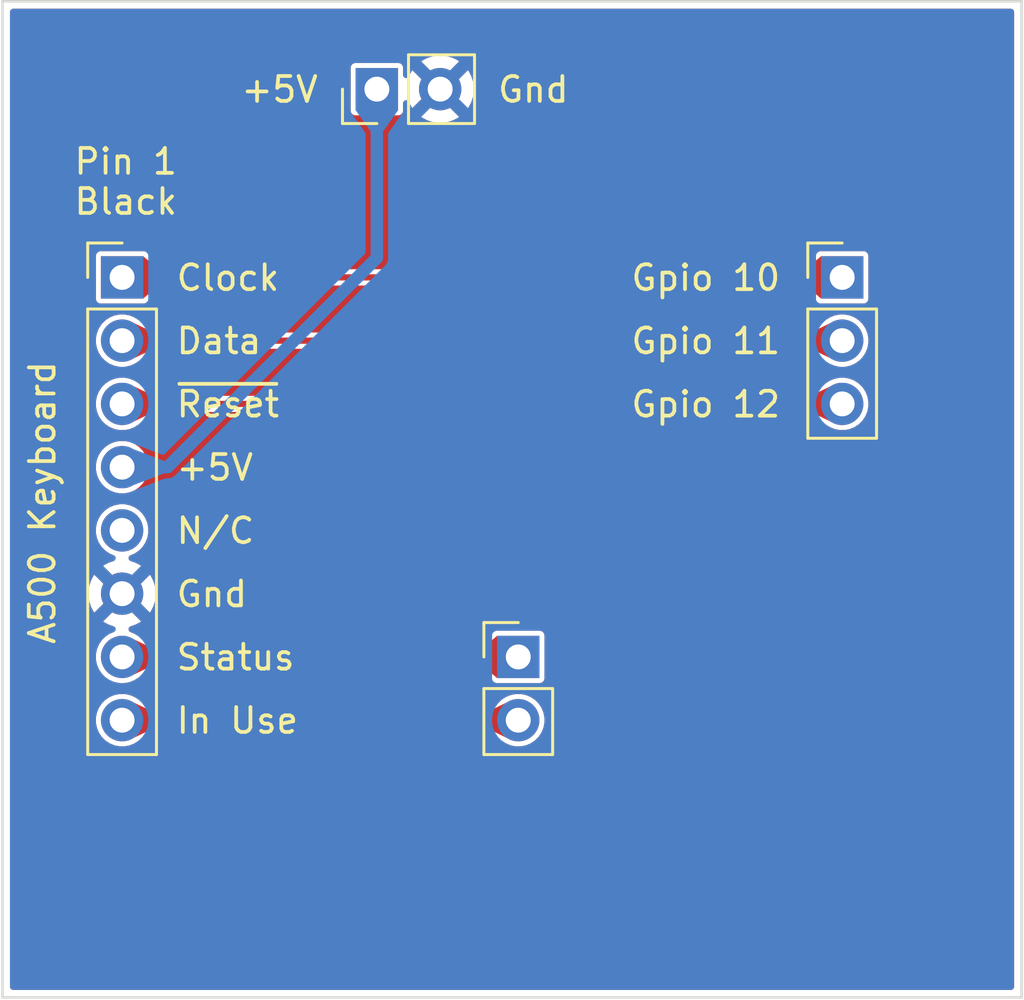
<source format=kicad_pcb>
(kicad_pcb (version 20241229) (generator "pcbnew") (generator_version "9.0")
  (layers (0 "F.Cu" signal) (2 "B.Cu" signal) (13 "F.Paste" user) (15 "B.Paste" user) (5 "F.SilkS" user "F.Silkscreen") (7 "B.SilkS" user "B.Silkscreen") (1 "F.Mask" user) (3 "B.Mask" user) (25 "Edge.Cuts" user))
  (net 0 "")
  (net 1 "GND")
  (net 2 "+5V")
  (net 3 "/CLOCK")
  (net 4 "/DATA")
  (net 5 "/RESET")
  (net 7 "/IN_USE")
  (net 8 "/STATUS")
  (footprint "Connector_PinHeader_2.54mm:PinHeader_1x08_P2.54mm_Vertical" (layer "F.Cu") (at 214.8 108.45825)
    (property "Reference" "J3" (hide yes))
    (property "Value" "A500 Keyboard" (at -3.2 9.04175 90) (layer "F.SilkS"))
    (fp_line (start -1.38 -1.38) (end 0 -1.38) (stroke (width 0.12)) (layer "F.SilkS"))
    (fp_line (start -1.38 0) (end -1.38 -1.38) (stroke (width 0.12)) (layer "F.SilkS"))
    (fp_line (start -1.38 1.27) (end -1.38 19.16) (stroke (width 0.12)) (layer "F.SilkS"))
    (fp_line (start -1.38 1.27) (end 1.38 1.27) (stroke (width 0.12)) (layer "F.SilkS"))
    (fp_line (start -1.38 19.16) (end 1.38 19.16) (stroke (width 0.12)) (layer "F.SilkS"))
    (fp_line (start 1.38 1.27) (end 1.38 19.16) (stroke (width 0.12)) (layer "F.SilkS"))
    (pad "1" thru_hole rect (at 0 0) (size 1.7 1.7) (drill 1) (layers "*.Cu" "*.Mask") (net 3 "/CLOCK"))
    (pad "2" thru_hole circle (at 0 2.54) (size 1.7 1.7) (drill 1) (layers "*.Cu" "*.Mask") (net 4 "/DATA"))
    (pad "3" thru_hole circle (at 0 5.08) (size 1.7 1.7) (drill 1) (layers "*.Cu" "*.Mask") (net 5 "/RESET"))
    (pad "4" thru_hole circle (at 0 7.62) (size 1.7 1.7) (drill 1) (layers "*.Cu" "*.Mask") (net 2 "+5V"))
    (pad "5" thru_hole circle (at 0 10.16) (size 1.7 1.7) (drill 1) (layers "*.Cu" "*.Mask"))
    (pad "6" thru_hole circle (at 0 12.7) (size 1.7 1.7) (drill 1) (layers "*.Cu" "*.Mask") (net 1 "GND"))
    (pad "7" thru_hole circle (at 0 15.24) (size 1.7 1.7) (drill 1) (layers "*.Cu" "*.Mask") (net 8 "/STATUS"))
    (pad "8" thru_hole circle (at 0 17.78) (size 1.7 1.7) (drill 1) (layers "*.Cu" "*.Mask") (net 7 "/IN_USE"))
  )
  (footprint "Connector_PinHeader_2.54mm:PinHeader_1x02_P2.54mm_Vertical" (layer "F.Cu") (at 225.025 100.9 90)
    (property "Reference" "J4" (hide yes))
    (property "Value" "Conn_01x02_Pin" (hide yes))
    (fp_line (start -1.38 -1.38) (end 0 -1.38) (stroke (width 0.12)) (layer "F.SilkS"))
    (fp_line (start -1.38 0) (end -1.38 -1.38) (stroke (width 0.12)) (layer "F.SilkS"))
    (fp_line (start 1.38 1.27) (end 1.38 3.92) (stroke (width 0.12)) (layer "F.SilkS"))
    (fp_line (start -1.38 1.27) (end 1.38 1.27) (stroke (width 0.12)) (layer "F.SilkS"))
    (fp_line (start -1.38 1.27) (end -1.38 3.92) (stroke (width 0.12)) (layer "F.SilkS"))
    (fp_line (start -1.38 3.92) (end 1.38 3.92) (stroke (width 0.12)) (layer "F.SilkS"))
    (pad "1" thru_hole rect (at 0 0 90) (size 1.7 1.7) (drill 1) (layers "*.Cu" "*.Mask") (net 2 "+5V"))
    (pad "2" thru_hole circle (at 0 2.54 90) (size 1.7 1.7) (drill 1) (layers "*.Cu" "*.Mask") (net 1 "GND"))
  )
  (footprint "Connector_PinHeader_2.54mm:PinHeader_1x02_P2.54mm_Vertical" (layer "F.Cu") (at 230.7 123.69825)
    (property "Reference" "J5" (hide yes))
    (property "Value" "Conn_01x02_Pin" (hide yes))
    (fp_line (start -1.38 -1.38) (end 0 -1.38) (stroke (width 0.12)) (layer "F.SilkS"))
    (fp_line (start -1.38 0) (end -1.38 -1.38) (stroke (width 0.12)) (layer "F.SilkS"))
    (fp_line (start -1.38 1.27) (end -1.38 3.92) (stroke (width 0.12)) (layer "F.SilkS"))
    (fp_line (start -1.38 1.27) (end 1.38 1.27) (stroke (width 0.12)) (layer "F.SilkS"))
    (fp_line (start -1.38 3.92) (end 1.38 3.92) (stroke (width 0.12)) (layer "F.SilkS"))
    (fp_line (start 1.38 1.27) (end 1.38 3.92) (stroke (width 0.12)) (layer "F.SilkS"))
    (pad "1" thru_hole rect (at 0 0) (size 1.7 1.7) (drill 1) (layers "*.Cu" "*.Mask") (net 8 "/STATUS"))
    (pad "2" thru_hole circle (at 0 2.54) (size 1.7 1.7) (drill 1) (layers "*.Cu" "*.Mask") (net 7 "/IN_USE"))
  )
  (footprint "Connector_PinHeader_2.54mm:PinHeader_1x03_P2.54mm_Vertical" (layer "F.Cu") (at 243.7 108.45825)
    (property "Reference" "J1" (hide yes))
    (property "Value" "Conn_01x02_Pin" (hide yes))
    (fp_line (start -1.38 -1.38) (end 0 -1.38) (stroke (width 0.12)) (layer "F.SilkS"))
    (fp_line (start -1.38 0) (end -1.38 -1.38) (stroke (width 0.12)) (layer "F.SilkS"))
    (fp_line (start -1.38 1.27) (end -1.38 6.46) (stroke (width 0.12)) (layer "F.SilkS"))
    (fp_line (start -1.38 1.27) (end 1.38 1.27) (stroke (width 0.12)) (layer "F.SilkS"))
    (fp_line (start -1.38 6.46) (end 1.38 6.46) (stroke (width 0.12)) (layer "F.SilkS"))
    (fp_line (start 1.38 1.27) (end 1.38 6.46) (stroke (width 0.12)) (layer "F.SilkS"))
    (pad "1" thru_hole rect (at 0 0) (size 1.7 1.7) (drill 1) (layers "*.Cu" "*.Mask") (net 3 "/CLOCK"))
    (pad "2" thru_hole circle (at 0 2.54) (size 1.7 1.7) (drill 1) (layers "*.Cu" "*.Mask") (net 4 "/DATA"))
    (pad "3" thru_hole circle (at 0 5.08) (size 1.7 1.7) (drill 1) (layers "*.Cu" "*.Mask") (net 5 "/RESET"))
  )
  (gr_line (start 210 137.37) (end 250.9 137.37) (stroke (width 0.1)) (layer "Edge.Cuts"))
  (gr_line (start 210 97.37) (end 210 137.37) (stroke (width 0.1)) (layer "Edge.Cuts"))
  (gr_line (start 250.9 97.37) (end 250.9 137.37) (stroke (width 0.1)) (layer "Edge.Cuts"))
  (gr_line (start 210 97.37) (end 250.9 97.37) (stroke (width 0.1)) (layer "Edge.Cuts"))
  (gr_text "Gnd" (at 216.9 121.76 0) (layer "F.SilkS") (effects (font (size 1 1)) (justify left bottom)))
  (gr_text "Gnd" (at 229.8 101.50175 0) (layer "F.SilkS") (effects (font (size 1 1)) (justify left bottom)))
  (gr_text "In Use" (at 216.9 126.84 0) (layer "F.SilkS") (effects (font (size 1 1)) (justify left bottom)))
  (gr_text "Gpio 10" (at 241.3 109.06 0) (layer "F.SilkS") (effects (font (size 1 1)) (justify right bottom)))
  (gr_text "Clock" (at 216.9 109.06 0) (layer "F.SilkS") (effects (font (size 1 1)) (justify left bottom)))
  (gr_text "N/C" (at 216.9 119.22 0) (layer "F.SilkS") (effects (font (size 1 1)) (justify left bottom)))
  (gr_text "Gpio 11" (at 241.3 111.6 0) (layer "F.SilkS") (effects (font (size 1 1)) (justify right bottom)))
  (gr_text "Status" (at 216.9 124.3 0) (layer "F.SilkS") (effects (font (size 1 1)) (justify left bottom)))
  (gr_text "Pin 1\nBlack" (at 212.8 106 0) (layer "F.SilkS") (effects (font (size 1 1)) (justify left bottom)))
  (gr_text "+5V" (at 219.5 101.50175 0) (layer "F.SilkS") (effects (font (size 1 1)) (justify left bottom)))
  (gr_text "Gpio 12" (at 241.3 114.14 0) (layer "F.SilkS") (effects (font (size 1 1)) (justify right bottom)))
  (gr_text "+5V" (at 216.9 116.68 0) (layer "F.SilkS") (effects (font (size 1 1)) (justify left bottom)))
  (gr_text "Data" (at 216.9 111.6 0) (layer "F.SilkS") (effects (font (size 1 1)) (justify left bottom)))
  (gr_text "~{Reset}" (at 216.9 114.14 0) (layer "F.SilkS") (effects (font (size 1 1)) (justify left bottom)))
  (segment (start 225.025 107.675) (end 225.025 100.9) (width 0.5) (layer "B.Cu") (net 2))
  (segment (start 214.8 116.07825) (end 216.62175 116.07825) (width 0.5) (layer "B.Cu") (net 2))
  (segment (start 216.62175 116.07825) (end 225.025 107.675) (width 0.5) (layer "B.Cu") (net 2))
  (segment (start 214.8 108.45825) (end 243.7 108.45825) (width 0.25) (layer "F.Cu") (net 3))
  (segment (start 214.8 110.99825) (end 243.7 110.99825) (width 0.25) (layer "F.Cu") (net 4))
  (segment (start 214.8 113.53825) (end 243.7 113.53825) (width 0.25) (layer "F.Cu") (net 5))
  (segment (start 214.8 126.23825) (end 230.7 126.23825) (width 0.25) (layer "F.Cu") (net 7))
  (segment (start 214.8 123.69825) (end 230.7 123.69825) (width 0.25) (layer "F.Cu") (net 8))
  (zone (net 1) (net_name "GND") (layers "F.Cu" "B.Cu") (priority 4) (connect_pads (clearance 0)) (min_thickness 0.25) (fill yes (thermal_gap 0.5) (thermal_bridge_width 0.5))
    (polygon (pts (xy 210 97.4) (xy 250.9 97.37) (xy 251 137.47) (xy 209.9 137.5)))
  )
)
</source>
